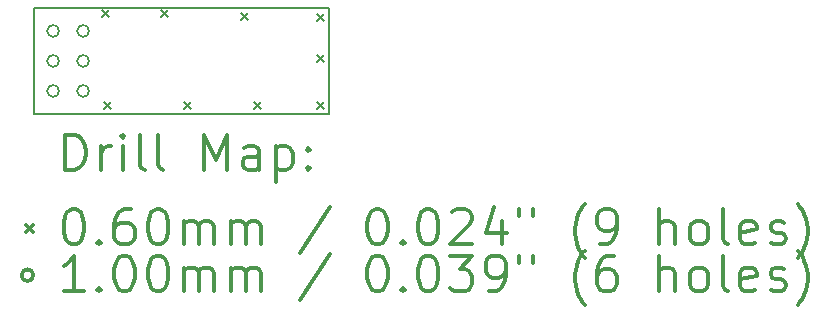
<source format=gbr>
%FSLAX45Y45*%
G04 Gerber Fmt 4.5, Leading zero omitted, Abs format (unit mm)*
G04 Created by KiCad (PCBNEW 4.0.7) date 11/06/18 10:36:49*
%MOMM*%
%LPD*%
G01*
G04 APERTURE LIST*
%ADD10C,0.127000*%
%ADD11C,0.150000*%
%ADD12C,0.200000*%
%ADD13C,0.300000*%
G04 APERTURE END LIST*
D10*
D11*
X12700000Y-9900000D02*
X12700000Y-9000000D01*
X15200000Y-9900000D02*
X12700000Y-9900000D01*
X15200000Y-9000000D02*
X15200000Y-9900000D01*
X12700000Y-9000000D02*
X15200000Y-9000000D01*
D12*
X13270000Y-9020000D02*
X13330000Y-9080000D01*
X13330000Y-9020000D02*
X13270000Y-9080000D01*
X13290000Y-9800000D02*
X13350000Y-9860000D01*
X13350000Y-9800000D02*
X13290000Y-9860000D01*
X13770000Y-9020000D02*
X13830000Y-9080000D01*
X13830000Y-9020000D02*
X13770000Y-9080000D01*
X13965000Y-9800000D02*
X14025000Y-9860000D01*
X14025000Y-9800000D02*
X13965000Y-9860000D01*
X14450000Y-9040000D02*
X14510000Y-9100000D01*
X14510000Y-9040000D02*
X14450000Y-9100000D01*
X14560000Y-9800000D02*
X14620000Y-9860000D01*
X14620000Y-9800000D02*
X14560000Y-9860000D01*
X15090000Y-9050000D02*
X15150000Y-9110000D01*
X15150000Y-9050000D02*
X15090000Y-9110000D01*
X15090000Y-9400000D02*
X15150000Y-9460000D01*
X15150000Y-9400000D02*
X15090000Y-9460000D01*
X15090000Y-9800000D02*
X15150000Y-9860000D01*
X15150000Y-9800000D02*
X15090000Y-9860000D01*
X12910000Y-9195000D02*
G75*
G03X12910000Y-9195000I-50000J0D01*
G01*
X12910000Y-9449000D02*
G75*
G03X12910000Y-9449000I-50000J0D01*
G01*
X12910000Y-9703000D02*
G75*
G03X12910000Y-9703000I-50000J0D01*
G01*
X13164000Y-9195000D02*
G75*
G03X13164000Y-9195000I-50000J0D01*
G01*
X13164000Y-9449000D02*
G75*
G03X13164000Y-9449000I-50000J0D01*
G01*
X13164000Y-9703000D02*
G75*
G03X13164000Y-9703000I-50000J0D01*
G01*
D13*
X12963928Y-10373214D02*
X12963928Y-10073214D01*
X13035357Y-10073214D01*
X13078214Y-10087500D01*
X13106786Y-10116072D01*
X13121071Y-10144643D01*
X13135357Y-10201786D01*
X13135357Y-10244643D01*
X13121071Y-10301786D01*
X13106786Y-10330357D01*
X13078214Y-10358929D01*
X13035357Y-10373214D01*
X12963928Y-10373214D01*
X13263928Y-10373214D02*
X13263928Y-10173214D01*
X13263928Y-10230357D02*
X13278214Y-10201786D01*
X13292500Y-10187500D01*
X13321071Y-10173214D01*
X13349643Y-10173214D01*
X13449643Y-10373214D02*
X13449643Y-10173214D01*
X13449643Y-10073214D02*
X13435357Y-10087500D01*
X13449643Y-10101786D01*
X13463928Y-10087500D01*
X13449643Y-10073214D01*
X13449643Y-10101786D01*
X13635357Y-10373214D02*
X13606786Y-10358929D01*
X13592500Y-10330357D01*
X13592500Y-10073214D01*
X13792500Y-10373214D02*
X13763928Y-10358929D01*
X13749643Y-10330357D01*
X13749643Y-10073214D01*
X14135357Y-10373214D02*
X14135357Y-10073214D01*
X14235357Y-10287500D01*
X14335357Y-10073214D01*
X14335357Y-10373214D01*
X14606786Y-10373214D02*
X14606786Y-10216072D01*
X14592500Y-10187500D01*
X14563928Y-10173214D01*
X14506786Y-10173214D01*
X14478214Y-10187500D01*
X14606786Y-10358929D02*
X14578214Y-10373214D01*
X14506786Y-10373214D01*
X14478214Y-10358929D01*
X14463928Y-10330357D01*
X14463928Y-10301786D01*
X14478214Y-10273214D01*
X14506786Y-10258929D01*
X14578214Y-10258929D01*
X14606786Y-10244643D01*
X14749643Y-10173214D02*
X14749643Y-10473214D01*
X14749643Y-10187500D02*
X14778214Y-10173214D01*
X14835357Y-10173214D01*
X14863928Y-10187500D01*
X14878214Y-10201786D01*
X14892500Y-10230357D01*
X14892500Y-10316072D01*
X14878214Y-10344643D01*
X14863928Y-10358929D01*
X14835357Y-10373214D01*
X14778214Y-10373214D01*
X14749643Y-10358929D01*
X15021071Y-10344643D02*
X15035357Y-10358929D01*
X15021071Y-10373214D01*
X15006786Y-10358929D01*
X15021071Y-10344643D01*
X15021071Y-10373214D01*
X15021071Y-10187500D02*
X15035357Y-10201786D01*
X15021071Y-10216072D01*
X15006786Y-10201786D01*
X15021071Y-10187500D01*
X15021071Y-10216072D01*
X12632500Y-10837500D02*
X12692500Y-10897500D01*
X12692500Y-10837500D02*
X12632500Y-10897500D01*
X13021071Y-10703214D02*
X13049643Y-10703214D01*
X13078214Y-10717500D01*
X13092500Y-10731786D01*
X13106786Y-10760357D01*
X13121071Y-10817500D01*
X13121071Y-10888929D01*
X13106786Y-10946072D01*
X13092500Y-10974643D01*
X13078214Y-10988929D01*
X13049643Y-11003214D01*
X13021071Y-11003214D01*
X12992500Y-10988929D01*
X12978214Y-10974643D01*
X12963928Y-10946072D01*
X12949643Y-10888929D01*
X12949643Y-10817500D01*
X12963928Y-10760357D01*
X12978214Y-10731786D01*
X12992500Y-10717500D01*
X13021071Y-10703214D01*
X13249643Y-10974643D02*
X13263928Y-10988929D01*
X13249643Y-11003214D01*
X13235357Y-10988929D01*
X13249643Y-10974643D01*
X13249643Y-11003214D01*
X13521071Y-10703214D02*
X13463928Y-10703214D01*
X13435357Y-10717500D01*
X13421071Y-10731786D01*
X13392500Y-10774643D01*
X13378214Y-10831786D01*
X13378214Y-10946072D01*
X13392500Y-10974643D01*
X13406786Y-10988929D01*
X13435357Y-11003214D01*
X13492500Y-11003214D01*
X13521071Y-10988929D01*
X13535357Y-10974643D01*
X13549643Y-10946072D01*
X13549643Y-10874643D01*
X13535357Y-10846072D01*
X13521071Y-10831786D01*
X13492500Y-10817500D01*
X13435357Y-10817500D01*
X13406786Y-10831786D01*
X13392500Y-10846072D01*
X13378214Y-10874643D01*
X13735357Y-10703214D02*
X13763928Y-10703214D01*
X13792500Y-10717500D01*
X13806786Y-10731786D01*
X13821071Y-10760357D01*
X13835357Y-10817500D01*
X13835357Y-10888929D01*
X13821071Y-10946072D01*
X13806786Y-10974643D01*
X13792500Y-10988929D01*
X13763928Y-11003214D01*
X13735357Y-11003214D01*
X13706786Y-10988929D01*
X13692500Y-10974643D01*
X13678214Y-10946072D01*
X13663928Y-10888929D01*
X13663928Y-10817500D01*
X13678214Y-10760357D01*
X13692500Y-10731786D01*
X13706786Y-10717500D01*
X13735357Y-10703214D01*
X13963928Y-11003214D02*
X13963928Y-10803214D01*
X13963928Y-10831786D02*
X13978214Y-10817500D01*
X14006786Y-10803214D01*
X14049643Y-10803214D01*
X14078214Y-10817500D01*
X14092500Y-10846072D01*
X14092500Y-11003214D01*
X14092500Y-10846072D02*
X14106786Y-10817500D01*
X14135357Y-10803214D01*
X14178214Y-10803214D01*
X14206786Y-10817500D01*
X14221071Y-10846072D01*
X14221071Y-11003214D01*
X14363928Y-11003214D02*
X14363928Y-10803214D01*
X14363928Y-10831786D02*
X14378214Y-10817500D01*
X14406786Y-10803214D01*
X14449643Y-10803214D01*
X14478214Y-10817500D01*
X14492500Y-10846072D01*
X14492500Y-11003214D01*
X14492500Y-10846072D02*
X14506786Y-10817500D01*
X14535357Y-10803214D01*
X14578214Y-10803214D01*
X14606786Y-10817500D01*
X14621071Y-10846072D01*
X14621071Y-11003214D01*
X15206786Y-10688929D02*
X14949643Y-11074643D01*
X15592500Y-10703214D02*
X15621071Y-10703214D01*
X15649643Y-10717500D01*
X15663928Y-10731786D01*
X15678214Y-10760357D01*
X15692500Y-10817500D01*
X15692500Y-10888929D01*
X15678214Y-10946072D01*
X15663928Y-10974643D01*
X15649643Y-10988929D01*
X15621071Y-11003214D01*
X15592500Y-11003214D01*
X15563928Y-10988929D01*
X15549643Y-10974643D01*
X15535357Y-10946072D01*
X15521071Y-10888929D01*
X15521071Y-10817500D01*
X15535357Y-10760357D01*
X15549643Y-10731786D01*
X15563928Y-10717500D01*
X15592500Y-10703214D01*
X15821071Y-10974643D02*
X15835357Y-10988929D01*
X15821071Y-11003214D01*
X15806786Y-10988929D01*
X15821071Y-10974643D01*
X15821071Y-11003214D01*
X16021071Y-10703214D02*
X16049643Y-10703214D01*
X16078214Y-10717500D01*
X16092500Y-10731786D01*
X16106785Y-10760357D01*
X16121071Y-10817500D01*
X16121071Y-10888929D01*
X16106785Y-10946072D01*
X16092500Y-10974643D01*
X16078214Y-10988929D01*
X16049643Y-11003214D01*
X16021071Y-11003214D01*
X15992500Y-10988929D01*
X15978214Y-10974643D01*
X15963928Y-10946072D01*
X15949643Y-10888929D01*
X15949643Y-10817500D01*
X15963928Y-10760357D01*
X15978214Y-10731786D01*
X15992500Y-10717500D01*
X16021071Y-10703214D01*
X16235357Y-10731786D02*
X16249643Y-10717500D01*
X16278214Y-10703214D01*
X16349643Y-10703214D01*
X16378214Y-10717500D01*
X16392500Y-10731786D01*
X16406785Y-10760357D01*
X16406785Y-10788929D01*
X16392500Y-10831786D01*
X16221071Y-11003214D01*
X16406785Y-11003214D01*
X16663928Y-10803214D02*
X16663928Y-11003214D01*
X16592500Y-10688929D02*
X16521071Y-10903214D01*
X16706785Y-10903214D01*
X16806786Y-10703214D02*
X16806786Y-10760357D01*
X16921071Y-10703214D02*
X16921071Y-10760357D01*
X17363928Y-11117500D02*
X17349643Y-11103214D01*
X17321071Y-11060357D01*
X17306786Y-11031786D01*
X17292500Y-10988929D01*
X17278214Y-10917500D01*
X17278214Y-10860357D01*
X17292500Y-10788929D01*
X17306786Y-10746072D01*
X17321071Y-10717500D01*
X17349643Y-10674643D01*
X17363928Y-10660357D01*
X17492500Y-11003214D02*
X17549643Y-11003214D01*
X17578214Y-10988929D01*
X17592500Y-10974643D01*
X17621071Y-10931786D01*
X17635357Y-10874643D01*
X17635357Y-10760357D01*
X17621071Y-10731786D01*
X17606786Y-10717500D01*
X17578214Y-10703214D01*
X17521071Y-10703214D01*
X17492500Y-10717500D01*
X17478214Y-10731786D01*
X17463928Y-10760357D01*
X17463928Y-10831786D01*
X17478214Y-10860357D01*
X17492500Y-10874643D01*
X17521071Y-10888929D01*
X17578214Y-10888929D01*
X17606786Y-10874643D01*
X17621071Y-10860357D01*
X17635357Y-10831786D01*
X17992500Y-11003214D02*
X17992500Y-10703214D01*
X18121071Y-11003214D02*
X18121071Y-10846072D01*
X18106786Y-10817500D01*
X18078214Y-10803214D01*
X18035357Y-10803214D01*
X18006786Y-10817500D01*
X17992500Y-10831786D01*
X18306786Y-11003214D02*
X18278214Y-10988929D01*
X18263928Y-10974643D01*
X18249643Y-10946072D01*
X18249643Y-10860357D01*
X18263928Y-10831786D01*
X18278214Y-10817500D01*
X18306786Y-10803214D01*
X18349643Y-10803214D01*
X18378214Y-10817500D01*
X18392500Y-10831786D01*
X18406786Y-10860357D01*
X18406786Y-10946072D01*
X18392500Y-10974643D01*
X18378214Y-10988929D01*
X18349643Y-11003214D01*
X18306786Y-11003214D01*
X18578214Y-11003214D02*
X18549643Y-10988929D01*
X18535357Y-10960357D01*
X18535357Y-10703214D01*
X18806786Y-10988929D02*
X18778214Y-11003214D01*
X18721071Y-11003214D01*
X18692500Y-10988929D01*
X18678214Y-10960357D01*
X18678214Y-10846072D01*
X18692500Y-10817500D01*
X18721071Y-10803214D01*
X18778214Y-10803214D01*
X18806786Y-10817500D01*
X18821071Y-10846072D01*
X18821071Y-10874643D01*
X18678214Y-10903214D01*
X18935357Y-10988929D02*
X18963929Y-11003214D01*
X19021071Y-11003214D01*
X19049643Y-10988929D01*
X19063929Y-10960357D01*
X19063929Y-10946072D01*
X19049643Y-10917500D01*
X19021071Y-10903214D01*
X18978214Y-10903214D01*
X18949643Y-10888929D01*
X18935357Y-10860357D01*
X18935357Y-10846072D01*
X18949643Y-10817500D01*
X18978214Y-10803214D01*
X19021071Y-10803214D01*
X19049643Y-10817500D01*
X19163928Y-11117500D02*
X19178214Y-11103214D01*
X19206786Y-11060357D01*
X19221071Y-11031786D01*
X19235357Y-10988929D01*
X19249643Y-10917500D01*
X19249643Y-10860357D01*
X19235357Y-10788929D01*
X19221071Y-10746072D01*
X19206786Y-10717500D01*
X19178214Y-10674643D01*
X19163928Y-10660357D01*
X12692500Y-11263500D02*
G75*
G03X12692500Y-11263500I-50000J0D01*
G01*
X13121071Y-11399214D02*
X12949643Y-11399214D01*
X13035357Y-11399214D02*
X13035357Y-11099214D01*
X13006786Y-11142072D01*
X12978214Y-11170643D01*
X12949643Y-11184929D01*
X13249643Y-11370643D02*
X13263928Y-11384929D01*
X13249643Y-11399214D01*
X13235357Y-11384929D01*
X13249643Y-11370643D01*
X13249643Y-11399214D01*
X13449643Y-11099214D02*
X13478214Y-11099214D01*
X13506786Y-11113500D01*
X13521071Y-11127786D01*
X13535357Y-11156357D01*
X13549643Y-11213500D01*
X13549643Y-11284929D01*
X13535357Y-11342071D01*
X13521071Y-11370643D01*
X13506786Y-11384929D01*
X13478214Y-11399214D01*
X13449643Y-11399214D01*
X13421071Y-11384929D01*
X13406786Y-11370643D01*
X13392500Y-11342071D01*
X13378214Y-11284929D01*
X13378214Y-11213500D01*
X13392500Y-11156357D01*
X13406786Y-11127786D01*
X13421071Y-11113500D01*
X13449643Y-11099214D01*
X13735357Y-11099214D02*
X13763928Y-11099214D01*
X13792500Y-11113500D01*
X13806786Y-11127786D01*
X13821071Y-11156357D01*
X13835357Y-11213500D01*
X13835357Y-11284929D01*
X13821071Y-11342071D01*
X13806786Y-11370643D01*
X13792500Y-11384929D01*
X13763928Y-11399214D01*
X13735357Y-11399214D01*
X13706786Y-11384929D01*
X13692500Y-11370643D01*
X13678214Y-11342071D01*
X13663928Y-11284929D01*
X13663928Y-11213500D01*
X13678214Y-11156357D01*
X13692500Y-11127786D01*
X13706786Y-11113500D01*
X13735357Y-11099214D01*
X13963928Y-11399214D02*
X13963928Y-11199214D01*
X13963928Y-11227786D02*
X13978214Y-11213500D01*
X14006786Y-11199214D01*
X14049643Y-11199214D01*
X14078214Y-11213500D01*
X14092500Y-11242071D01*
X14092500Y-11399214D01*
X14092500Y-11242071D02*
X14106786Y-11213500D01*
X14135357Y-11199214D01*
X14178214Y-11199214D01*
X14206786Y-11213500D01*
X14221071Y-11242071D01*
X14221071Y-11399214D01*
X14363928Y-11399214D02*
X14363928Y-11199214D01*
X14363928Y-11227786D02*
X14378214Y-11213500D01*
X14406786Y-11199214D01*
X14449643Y-11199214D01*
X14478214Y-11213500D01*
X14492500Y-11242071D01*
X14492500Y-11399214D01*
X14492500Y-11242071D02*
X14506786Y-11213500D01*
X14535357Y-11199214D01*
X14578214Y-11199214D01*
X14606786Y-11213500D01*
X14621071Y-11242071D01*
X14621071Y-11399214D01*
X15206786Y-11084929D02*
X14949643Y-11470643D01*
X15592500Y-11099214D02*
X15621071Y-11099214D01*
X15649643Y-11113500D01*
X15663928Y-11127786D01*
X15678214Y-11156357D01*
X15692500Y-11213500D01*
X15692500Y-11284929D01*
X15678214Y-11342071D01*
X15663928Y-11370643D01*
X15649643Y-11384929D01*
X15621071Y-11399214D01*
X15592500Y-11399214D01*
X15563928Y-11384929D01*
X15549643Y-11370643D01*
X15535357Y-11342071D01*
X15521071Y-11284929D01*
X15521071Y-11213500D01*
X15535357Y-11156357D01*
X15549643Y-11127786D01*
X15563928Y-11113500D01*
X15592500Y-11099214D01*
X15821071Y-11370643D02*
X15835357Y-11384929D01*
X15821071Y-11399214D01*
X15806786Y-11384929D01*
X15821071Y-11370643D01*
X15821071Y-11399214D01*
X16021071Y-11099214D02*
X16049643Y-11099214D01*
X16078214Y-11113500D01*
X16092500Y-11127786D01*
X16106785Y-11156357D01*
X16121071Y-11213500D01*
X16121071Y-11284929D01*
X16106785Y-11342071D01*
X16092500Y-11370643D01*
X16078214Y-11384929D01*
X16049643Y-11399214D01*
X16021071Y-11399214D01*
X15992500Y-11384929D01*
X15978214Y-11370643D01*
X15963928Y-11342071D01*
X15949643Y-11284929D01*
X15949643Y-11213500D01*
X15963928Y-11156357D01*
X15978214Y-11127786D01*
X15992500Y-11113500D01*
X16021071Y-11099214D01*
X16221071Y-11099214D02*
X16406785Y-11099214D01*
X16306785Y-11213500D01*
X16349643Y-11213500D01*
X16378214Y-11227786D01*
X16392500Y-11242071D01*
X16406785Y-11270643D01*
X16406785Y-11342071D01*
X16392500Y-11370643D01*
X16378214Y-11384929D01*
X16349643Y-11399214D01*
X16263928Y-11399214D01*
X16235357Y-11384929D01*
X16221071Y-11370643D01*
X16549643Y-11399214D02*
X16606785Y-11399214D01*
X16635357Y-11384929D01*
X16649643Y-11370643D01*
X16678214Y-11327786D01*
X16692500Y-11270643D01*
X16692500Y-11156357D01*
X16678214Y-11127786D01*
X16663928Y-11113500D01*
X16635357Y-11099214D01*
X16578214Y-11099214D01*
X16549643Y-11113500D01*
X16535357Y-11127786D01*
X16521071Y-11156357D01*
X16521071Y-11227786D01*
X16535357Y-11256357D01*
X16549643Y-11270643D01*
X16578214Y-11284929D01*
X16635357Y-11284929D01*
X16663928Y-11270643D01*
X16678214Y-11256357D01*
X16692500Y-11227786D01*
X16806786Y-11099214D02*
X16806786Y-11156357D01*
X16921071Y-11099214D02*
X16921071Y-11156357D01*
X17363928Y-11513500D02*
X17349643Y-11499214D01*
X17321071Y-11456357D01*
X17306786Y-11427786D01*
X17292500Y-11384929D01*
X17278214Y-11313500D01*
X17278214Y-11256357D01*
X17292500Y-11184929D01*
X17306786Y-11142072D01*
X17321071Y-11113500D01*
X17349643Y-11070643D01*
X17363928Y-11056357D01*
X17606786Y-11099214D02*
X17549643Y-11099214D01*
X17521071Y-11113500D01*
X17506786Y-11127786D01*
X17478214Y-11170643D01*
X17463928Y-11227786D01*
X17463928Y-11342071D01*
X17478214Y-11370643D01*
X17492500Y-11384929D01*
X17521071Y-11399214D01*
X17578214Y-11399214D01*
X17606786Y-11384929D01*
X17621071Y-11370643D01*
X17635357Y-11342071D01*
X17635357Y-11270643D01*
X17621071Y-11242071D01*
X17606786Y-11227786D01*
X17578214Y-11213500D01*
X17521071Y-11213500D01*
X17492500Y-11227786D01*
X17478214Y-11242071D01*
X17463928Y-11270643D01*
X17992500Y-11399214D02*
X17992500Y-11099214D01*
X18121071Y-11399214D02*
X18121071Y-11242071D01*
X18106786Y-11213500D01*
X18078214Y-11199214D01*
X18035357Y-11199214D01*
X18006786Y-11213500D01*
X17992500Y-11227786D01*
X18306786Y-11399214D02*
X18278214Y-11384929D01*
X18263928Y-11370643D01*
X18249643Y-11342071D01*
X18249643Y-11256357D01*
X18263928Y-11227786D01*
X18278214Y-11213500D01*
X18306786Y-11199214D01*
X18349643Y-11199214D01*
X18378214Y-11213500D01*
X18392500Y-11227786D01*
X18406786Y-11256357D01*
X18406786Y-11342071D01*
X18392500Y-11370643D01*
X18378214Y-11384929D01*
X18349643Y-11399214D01*
X18306786Y-11399214D01*
X18578214Y-11399214D02*
X18549643Y-11384929D01*
X18535357Y-11356357D01*
X18535357Y-11099214D01*
X18806786Y-11384929D02*
X18778214Y-11399214D01*
X18721071Y-11399214D01*
X18692500Y-11384929D01*
X18678214Y-11356357D01*
X18678214Y-11242071D01*
X18692500Y-11213500D01*
X18721071Y-11199214D01*
X18778214Y-11199214D01*
X18806786Y-11213500D01*
X18821071Y-11242071D01*
X18821071Y-11270643D01*
X18678214Y-11299214D01*
X18935357Y-11384929D02*
X18963929Y-11399214D01*
X19021071Y-11399214D01*
X19049643Y-11384929D01*
X19063929Y-11356357D01*
X19063929Y-11342071D01*
X19049643Y-11313500D01*
X19021071Y-11299214D01*
X18978214Y-11299214D01*
X18949643Y-11284929D01*
X18935357Y-11256357D01*
X18935357Y-11242071D01*
X18949643Y-11213500D01*
X18978214Y-11199214D01*
X19021071Y-11199214D01*
X19049643Y-11213500D01*
X19163928Y-11513500D02*
X19178214Y-11499214D01*
X19206786Y-11456357D01*
X19221071Y-11427786D01*
X19235357Y-11384929D01*
X19249643Y-11313500D01*
X19249643Y-11256357D01*
X19235357Y-11184929D01*
X19221071Y-11142072D01*
X19206786Y-11113500D01*
X19178214Y-11070643D01*
X19163928Y-11056357D01*
M02*

</source>
